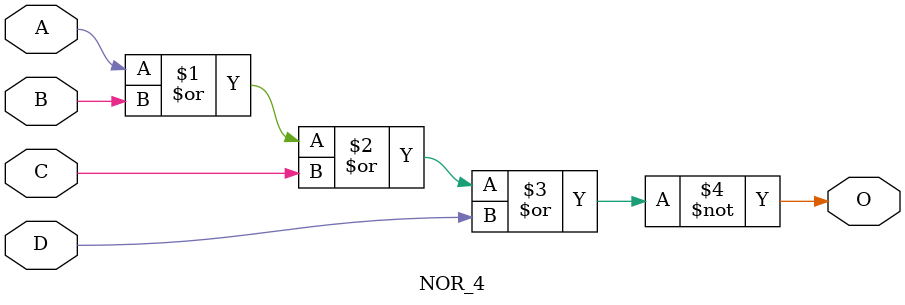
<source format=v>




module NOR_4 (A, B, C, D, O);

input A;
input B;
input C;
input D;

output O;




assign  O = ~(A|B|C|D);
 

endmodule
</source>
